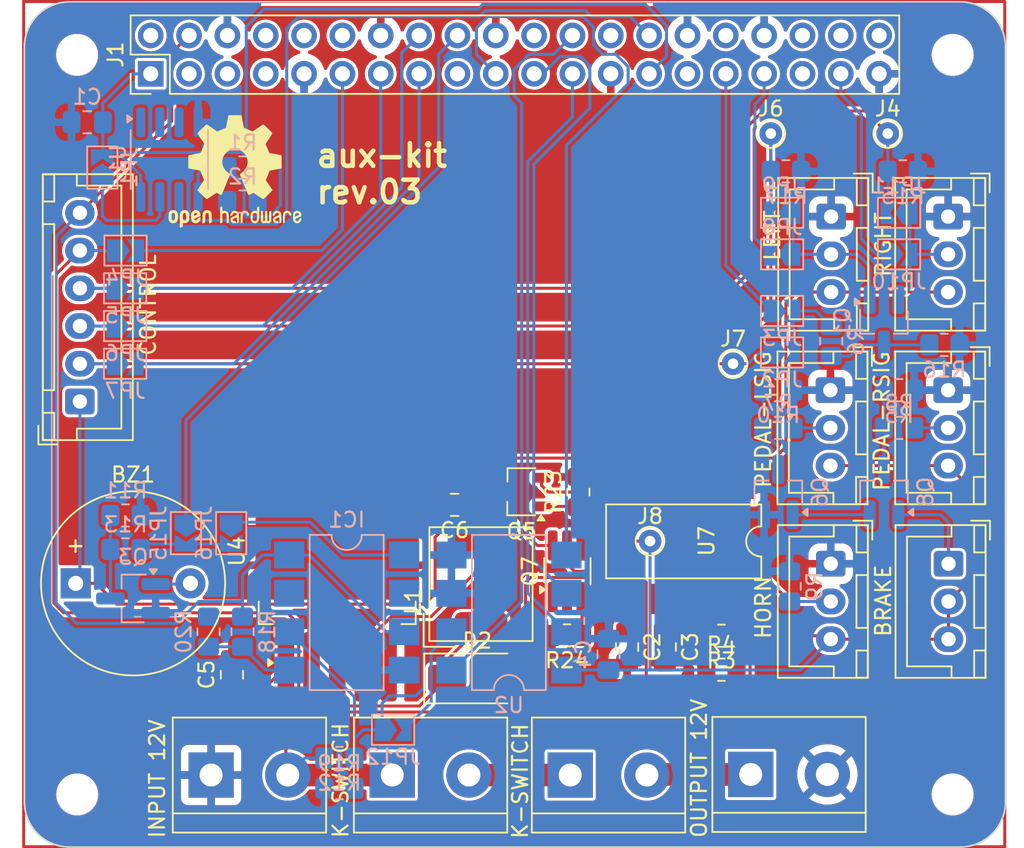
<source format=kicad_pcb>
(kicad_pcb (version 20240108) (generator "pcbnew") (generator_version "8.0")
  (title_block (date "15 nov 2012"))
  (layers (0 "F.Cu" signal) (31 "B.Cu" signal) (34 "B.Paste" user) (35 "F.Paste" user) (36 "B.SilkS" user "B.Silkscreen") (37 "F.SilkS" user "F.Silkscreen") (38 "B.Mask" user) (39 "F.Mask" user) (44 "Edge.Cuts" user))
  (net 0 "")
  (net 1 "/GPIO2{slash}SDA1")
  (net 2 "/GPIO3{slash}SCL1")
  (net 3 "/GPIO4{slash}GPCLK0")
  (net 4 "/GPIO14{slash}TXD0")
  (net 5 "/GPIO15{slash}RXD0")
  (net 6 "/GPIO18{slash}PCM.CLK")
  (net 7 "GNDREF")
  (net 8 "/GPIO25{slash}AVAILABLE")
  (net 9 "/AVAILABLE")
  (net 10 "/EXTRA")
  (net 11 "/GPIO10{slash}SPI0.MOSI")
  (net 12 "/GPIO9{slash}SPI0.MISO")
  (net 13 "/GPIO11{slash}SPI0.SCLK")
  (net 14 "/GPIO8{slash}SPI0.CE0")
  (net 15 "/GPIO7{slash}SPI0.CE1")
  (net 16 "/ID_SDA")
  (net 17 "/ID_SCL")
  (net 18 "/GPIO12{slash}PWM0")
  (net 19 "/GPIO19{slash}PCM.FS")
  (net 20 "/RPI_PWR")
  (net 21 "/GPIO20{slash}AVAILABLE")
  (net 22 "+3V3")
  (net 23 "+5V")
  (net 24 "/GPIO21{slash}AVAILABLE")
  (net 25 "Net-(BZ1--)")
  (net 26 "/FLASH_GEN")
  (net 27 "Net-(J20-Pin_2)")
  (net 28 "Net-(J21-Pin_2)")
  (net 29 "Net-(JP1-A)")
  (net 30 "Net-(JP2-B)")
  (net 31 "Net-(J2-Pin_1)")
  (net 32 "/LEFT_CNTRL")
  (net 33 "/HORN_CTRL")
  (net 34 "/HAZARD_CNTRL")
  (net 35 "/RIGHT_CNTRL")
  (net 36 "Net-(J10-Pin_2)")
  (net 37 "Net-(U7-DIS)")
  (net 38 "Net-(U7-THR)")
  (net 39 "Net-(Q1-B)")
  (net 40 "/LEFT_PEDAL_SENSOR")
  (net 41 "/RIGHT_PEDAL_SENSOR")
  (net 42 "Net-(D2-K)")
  (net 43 "Net-(Q3-B)")
  (net 44 "/ANO_ALARM")
  (net 45 "Net-(U7-CV)")
  (net 46 "Net-(Q6-C)")
  (net 47 "/~4.5")
  (net 48 "Net-(IC1-IN1(-))")
  (net 49 "/HORN-CTRL")
  (net 50 "Net-(J1-AUXPWR_INPUT1-Pin_2)")
  (net 51 "Net-(J1-CONTROLLED_AUXPWR_OUTPUT1-Pin_2)")
  (net 52 "Net-(Q5-D)")
  (net 53 "Net-(K_SWITCH1-Pin_2)")
  (net 54 "Net-(Q5-G)")
  (net 55 "Net-(Q7-B1)")
  (net 56 "/BATTERY_CONTROL")
  (net 59 "Net-(JP15-B)")
  (net 61 "Net-(J11-Pin_2)")
  (net 62 "Net-(JP12-B)")
  (net 63 "/HORN-GPIO17")
  (net 64 "/RIGHT-GPIO27")
  (net 65 "/LEFT-GPIO22")
  (net 66 "/HAZARD-GPIO23")
  (net 67 "/DIGI-ALARM24")
  (net 68 "/HAZARD-SIG6")
  (net 69 "/RIGHT-SIG26")
  (net 70 "/LEFT-SIG13")
  (footprint "Package_TO_SOT_SMD:TO-263-5_TabPin3" (layer "F.Cu") (at 144.625 113.825 90)
    (property "Reference" "U4")
    (property "Value" "LM2596S-5")
  )
  (footprint "Connector_JST:JST_XH_B3B-XH-A_1x03_P2.50mm_Vertical" (layer "F.Cu") (at 177.35 91.65 -90)
    (property "Reference" "LEFT")
    (property "Value" "LEFT_TURN")
  )
  (footprint "TerminalBlock:TerminalBlock_bornier-2_P5.08mm" (layer "F.Cu") (at 172.02 128.61)
    (property "Reference" "OUTPUT 12V")
    (property "Value" "Conn_01x02")
  )
  (footprint "MountingHole:MountingHole_2.7mm_M2.5" (layer "F.Cu") (at 127.4 129.92)
    (property "Reference" "MH3" (hide yes))
    (property "Value" "MountingHole_2.7mm_M2.5" (hide yes))
  )
  (footprint "Resistor_SMD:R_0805_2012Metric_Pad1.20x1.40mm_HandSolder" (layer "F.Cu") (at 170.08 119.42 180)
    (property "Reference" "R3")
    (property "Value" "?Ω")
  )
  (footprint "Connector_PinHeader_2.54mm:PinHeader_2x20_P2.54mm_Vertical" (layer "F.Cu") (at 132.27 82.19 90)
    (property "Reference" "J1")
    (property "Value" "GPIO")
  )
  (footprint "Capacitor_SMD:C_0805_2012Metric_Pad1.18x1.45mm_HandSolder" (layer "F.Cu") (at 137.65 122 90)
    (property "Reference" "C5")
    (property "Value" "680uF")
  )
  (footprint "Package_TO_SOT_SMD:TSOT-23-6_HandSoldering" (layer "F.Cu") (at 159.85 115.15 90)
    (property "Reference" "Q7")
    (property "Value" "DMMT5401-7")
  )
  (footprint "Capacitor_SMD:C_0805_2012Metric_Pad1.18x1.45mm_HandSolder" (layer "F.Cu") (at 163.83 120.17 -90)
    (property "Reference" "C2")
    (property "Value" "0.1µF")
  )
  (footprint "Resistor_SMD:R_0805_2012Metric_Pad1.20x1.40mm_HandSolder" (layer "F.Cu") (at 160.6 109.9 90)
    (property "Reference" "R23")
    (property "Value" "47K")
  )
  (footprint "Resistor_SMD:R_0805_2012Metric_Pad1.20x1.40mm_HandSolder" (layer "F.Cu") (at 170.08 121.67)
    (property "Reference" "R4")
    (property "Value" "1kΩ")
  )
  (footprint "Connector_JST:JST_XH_B6B-XH-A_1x06_P2.50mm_Vertical" (layer "F.Cu") (at 127.575 103.9 90)
    (property "Reference" "CONTROL")
    (property "Value" "DRIVER_CNTRL")
  )
  (footprint "MountingHole:MountingHole_2.7mm_M2.5" (layer "F.Cu") (at 127.4 129.92)
    (property "Reference" "MH3" (hide yes))
    (property "Value" "MountingHole_2.7mm_M2.5" (hide yes))
  )
  (footprint "Inductor_SMD:L_AVX_LMLP07A7" (layer "F.Cu") (at 154.15 116 90)
    (property "Reference" "L1")
    (property "Value" "33uH")
  )
  (footprint "Connector_JST:JST_XH_B3B-XH-A_1x03_P2.50mm_Vertical" (layer "F.Cu") (at 177.3 103.15 -90)
    (property "Reference" "PEDAL-LSIG")
    (property "Value" "LEFT_TURN")
  )
  (footprint "TerminalBlock:TerminalBlock_bornier-2_P5.08mm" (layer "F.Cu") (at 160.06 128.65)
    (property "Reference" "K-SWITCH")
    (property "Value" "Conn_01x02")
  )
  (footprint "Diode_SMD:D_SMA" (layer "F.Cu") (at 153.9 122.25)
    (property "Reference" "D2")
    (property "Value" "SS34")
  )
  (footprint "Connector_JST:JST_XH_B3B-XH-A_1x03_P2.50mm_Vertical" (layer "F.Cu") (at 177.325 114.65 -90)
    (property "Reference" "HORN")
    (property "Value" "HORN")
  )
  (footprint "Connector_JST:JST_XH_B3B-XH-A_1x03_P2.50mm_Vertical" (layer "F.Cu") (at 185.1 103.15 -90)
    (property "Reference" "PEDAL-RSIG")
    (property "Value" "RIGHT_TURN")
  )
  (footprint "MountingHole:MountingHole_2.7mm_M2.5" (layer "F.Cu") (at 127.4 80.92)
    (property "Reference" "MH1" (hide yes))
    (property "Value" "MountingHole_2.7mm_M2.5" (hide yes))
  )
  (footprint "MountingHole:MountingHole_2.7mm_M2.5" (layer "F.Cu") (at 185.4 80.92)
    (property "Reference" "MH2" (hide yes))
    (property "Value" "MountingHole_2.7mm_M2.5" (hide yes))
  )
  (footprint "MountingHole:MountingHole_2.7mm_M2.5" (layer "F.Cu") (at 127.4 80.92)
    (property "Reference" "MH1" (hide yes))
    (property "Value" "MountingHole_2.7mm_M2.5" (hide yes))
  )
  (footprint "Capacitor_SMD:C_0805_2012Metric_Pad1.18x1.45mm_HandSolder" (layer "F.Cu") (at 152.4 110.75 180)
    (property "Reference" "C6")
    (property "Value" "330uF")
  )
  (footprint "TestPoint:TestPoint_THTPad_D1.5mm_Drill0.7mm" (layer "F.Cu") (at 173.35 86.15)
    (property "Reference" "J6")
    (property "Value" "Conn_01x01")
  )
  (footprint "MountingHole:MountingHole_2.7mm_M2.5" (layer "F.Cu") (at 185.4 129.92)
    (property "Reference" "MH4" (hide yes))
    (property "Value" "MountingHole_2.7mm_M2.5" (hide yes))
  )
  (footprint "TestPoint:TestPoint_THTPad_D1.5mm_Drill0.7mm" (layer "F.Cu") (at 165.35 113.15)
    (property "Reference" "J8")
    (property "Value" "Conn_01x01")
  )
  (footprint "TestPoint:TestPoint_THTPad_D1.5mm_Drill0.7mm" (layer "F.Cu") (at 181.1 86.15)
    (property "Reference" "J4")
    (property "Value" "Conn_01x01")
  )
  (footprint "TestPoint:TestPoint_THTPad_D1.5mm_Drill0.7mm" (layer "F.Cu") (at 170.85 101.4)
    (property "Reference" "J7")
    (property "Value" "Conn_01x01")
  )
  (footprint "Package_DIP:SMDIP-8_W7.62mm" (layer "F.Cu") (at 167.58 113.17 -90)
    (property "Reference" "U7")
    (property "Value" "NE555P")
  )
  (footprint "TerminalBlock:TerminalBlock_bornier-2_P5.08mm" (layer "F.Cu") (at 136.27 128.65)
    (property "Reference" "INPUT 12V")
    (property "Value" "Conn_01x02")
  )
  (footprint "MountingHole:MountingHole_2.7mm_M2.5" (layer "F.Cu") (at 185.4 80.92)
    (property "Reference" "MH2" (hide yes))
    (property "Value" "MountingHole_2.7mm_M2.5" (hide yes))
  )
  (footprint "Connector_JST:JST_XH_B3B-XH-A_1x03_P2.50mm_Vertical" (layer "F.Cu") (at 185.1 91.65 -90)
    (property "Reference" "RIGHT")
    (property "Value" "RIGHT_TURN")
  )
  (footprint "MountingHole:MountingHole_2.7mm_M2.5" (layer "F.Cu") (at 185.4 129.92)
    (property "Reference" "MH4" (hide yes))
    (property "Value" "MountingHole_2.7mm_M2.5" (hide yes))
  )
  (footprint "Resistor_SMD:R_0805_2012Metric_Pad1.20x1.40mm_HandSolder" (layer "F.Cu") (at 159.85 119.4 180)
    (property "Reference" "R24")
    (property "Value" "10K")
  )
  (footprint "Capacitor_SMD:C_0805_2012Metric_Pad1.18x1.45mm_HandSolder" (layer "F.Cu") (at 166.33 120.17 -90)
    (property "Reference" "C3")
    (property "Value" "1µF")
  )
  (footprint "Package_TO_SOT_SMD:TSOT-23" (layer "F.Cu") (at 156.85 109.9 180)
    (property "Reference" "Q5")
    (property "Value" "DMG2305UX")
  )
  (footprint "Connector_JST:JST_XH_B3B-XH-A_1x03_P2.50mm_Vertical" (layer "F.Cu") (at 185.125 114.65 -90)
    (property "Reference" "BRAKE")
    (property "Value" "BRAKE_LIGHT")
  )
  (footprint "TerminalBlock:TerminalBlock_bornier-2_P5.08mm" (layer "F.Cu") (at 148.27 128.65)
    (property "Reference" "K-SWITCH")
    (property "Value" "Conn_01x02")
  )
  (footprint "Buzzer_Beeper:Buzzer_12x9.5RM7.6" (layer "F.Cu") (at 127.3 115.95)
    (property "Reference" "BZ1")
    (property "Value" "Buzzer")
  )
  (footprint "Symbol:OSHW-Logo2_9.8x8mm_SilkScreen" (layer "F.Cu") (at 137.85 88.65)
    (property "Reference" "REF**" (hide yes))
    (property "Value" "OSHW-Logo2_9.8x8mm_SilkScreen" (hide yes))
  )
  (footprint "Resistor_SMD:R_0805_2012Metric_Pad1.20x1.40mm_HandSolder" (layer "B.Cu") (at 136.1 119.15 -90)
    (property "Reference" "R20")
    (property "Value" "2.2K")
  )
  (footprint "Package_TO_SOT_SMD:SOT-23_Handsoldering" (layer "B.Cu") (at 173.85 109.9 90)
    (property "Reference" "Q6")
    (property "Value" "NPN")
  )
  (footprint "Resistor_SMD:R_0805_2012Metric_Pad1.20x1.40mm_HandSolder" (layer "B.Cu") (at 174.35 88.65)
    (property "Reference" "R17")
    (property "Value" "R")
  )
  (footprint "Jumper:SolderJumper-2_P1.3mm_Open_TrianglePad1.0x1.5mm" (layer "B.Cu") (at 130.575001 101.4)
    (property "Reference" "JP7")
    (property "Value" "SolderJumper_2_Open")
  )
  (footprint "Resistor_SMD:R_0805_2012Metric_Pad1.20x1.40mm_HandSolder" (layer "B.Cu") (at 173.85 105.65 180)
    (property "Reference" "R7")
    (property "Value" "R")
  )
  (footprint "Jumper:SolderJumper-2_P1.3mm_Open_TrianglePad1.0x1.5mm" (layer "B.Cu") (at 130.575 98.9)
    (property "Reference" "JP6")
    (property "Value" "SolderJumper_2_Open")
  )
  (footprint "Package_DIP:SMDIP-8_W7.62mm" (layer "B.Cu") (at 145.25 117.88 180)
    (property "Reference" "IC1")
    (property "Value" "LM393N")
  )
  (footprint "Resistor_SMD:R_0805_2012Metric_Pad1.20x1.40mm_HandSolder" (layer "B.Cu") (at 173.85 103.15)
    (property "Reference" "R10")
    (property "Value" "4.7kΩ")
  )
  (footprint "Resistor_SMD:R_0805_2012Metric_Pad1.20x1.40mm_HandSolder" (layer "B.Cu") (at 144.769619 129.518108 180)
    (property "Reference" "R19")
    (property "Value" "4.7K")
  )
  (footprint "Resistor_SMD:R_0805_2012Metric_Pad1.20x1.40mm_HandSolder" (layer "B.Cu") (at 138.35 90.65 180)
    (property "Reference" "R2")
    (property "Value" "3.9k")
  )
  (footprint "Package_DIP:SMDIP-8_W7.62mm" (layer "B.Cu") (at 156 117.88)
    (property "Reference" "U2")
    (property "Value" "MCP3002")
  )
  (footprint "Resistor_SMD:R_0805_2012Metric_Pad1.20x1.40mm_HandSolder" (layer "B.Cu") (at 181.85 103.15)
    (property "Reference" "R5")
    (property "Value" "4.7kΩ")
  )
  (footprint "Jumper:SolderJumper-2_P1.3mm_Open_TrianglePad1.0x1.5mm" (layer "B.Cu") (at 174.1 91.4 180)
    (property "Reference" "JP9")
    (property "Value" "SolderJumper_2_Open")
  )
  (footprint "Jumper:SolderJumper-2_P1.3mm_Open_TrianglePad1.0x1.5mm" (layer "B.Cu") (at 181.85 94.15)
    (property "Reference" "JP10")
    (property "Value" "SolderJumper_2_Open")
  )
  (footprint "Package_TO_SOT_SMD:SOT-23_Handsoldering" (layer "B.Cu") (at 180.85 109.9 90)
    (property "Reference" "Q8")
    (property "Value" "NPN")
  )
  (footprint "Package_TO_SOT_SMD:SOT-23_Handsoldering" (layer "B.Cu") (at 131.1 116.95 180)
    (property "Reference" "Q3")
    (property "Value" "NPN")
  )
  (footprint "Jumper:SolderJumper-2_P1.3mm_Open_TrianglePad1.0x1.5mm" (layer "B.Cu") (at 174.1 97.9)
    (property "Reference" "JP3")
    (property "Value" "SolderJumper_2_Open")
  )
  (footprint "Package_SO:SOIC-8_3.9x4.9mm_P1.27mm" (layer "B.Cu") (at 133.505 87.875 -90)
    (property "Reference" "U1")
    (property "Value" "CAT24C256")
  )
  (footprint "Resistor_SMD:R_0805_2012Metric_Pad1.20x1.40mm_HandSolder" (layer "B.Cu") (at 174.6 116.15 90)
    (property "Reference" "R9")
    (property "Value" "R")
  )
  (footprint "Jumper:SolderJumper-2_P1.3mm_Open_TrianglePad1.0x1.5mm" (layer "B.Cu") (at 134.6 112.625 -90)
    (property "Reference" "JP15")
    (property "Value" "SolderJumper_2_Open")
  )
  (footprint "Jumper:SolderJumper-2_P1.3mm_Open_TrianglePad1.0x1.5mm" (layer "B.Cu") (at 148.325 125.65)
    (property "Reference" "JP12")
    (property "Value" "SolderJumper_2_Open")
  )
  (footprint "Jumper:SolderJumper-2_P1.3mm_Open_TrianglePad1.0x1.5mm" (layer "B.Cu") (at 129.0625 88.4 90)
    (property "Reference" "JP1")
    (property "Value" "ID_WP")
  )
  (footprint "Package_TO_SOT_SMD:SOT-23_Handsoldering" (layer "B.Cu") (at 180.85 98.65 -90)
    (property "Reference" "Q1")
    (property "Value" "NPN")
  )
  (footprint "Jumper:SolderJumper-2_P1.3mm_Open_TrianglePad1.0x1.5mm" (layer "B.Cu") (at 130.6 93.9)
    (property "Reference" "JP4")
    (property "Value" "SolderJumper_2_Open")
  )
  (footprint "Resistor_SMD:R_0805_2012Metric_Pad1.20x1.40mm_HandSolder" (layer "B.Cu") (at 144.769619 127.518108)
    (property "Reference" "R12")
    (property "Value" "6.8K")
  )
  (footprint "Jumper:SolderJumper-2_P1.3mm_Open_TrianglePad1.0x1.5mm" (layer "B.Cu") (at 181.85 91.4 180)
    (property "Reference" "JP11")
    (property "Value" "SolderJumper_2_Open")
  )
  (footprint "Capacitor_SMD:C_0805_2012Metric_Pad1.18x1.45mm_HandSolder" (layer "B.Cu") (at 162.6 120.65 -90)
    (property "Reference" "C4")
    (property "Value" "0.1µF")
  )
  (footprint "Resistor_SMD:R_0805_2012Metric_Pad1.20x1.40mm_HandSolder" (layer "B.Cu") (at 130.6 113.7 180)
    (property "Reference" "R13")
    (property "Value" "R")
  )
  (footprint "Jumper:SolderJumper-2_P1.3mm_Open_TrianglePad1.0x1.5mm" (layer "B.Cu") (at 174.1 94.15 180)
    (property "Reference" "JP8")
    (property "Value" "SolderJumper_2_Open")
  )
  (footprint "Jumper:SolderJumper-2_P1.3mm_Open_TrianglePad1.0x1.5mm" (layer "B.Cu") (at 174.1 100.65)
    (property "Reference" "JP2")
    (property "Value" "SolderJumper_2_Open")
  )
  (footprint "Jumper:SolderJumper-2_P1.3mm_Open_TrianglePad1.0x1.5mm" (layer "B.Cu") (at 137.6 112.625 -90)
    (property "Reference" "JP16")
    (property "Value" "SolderJumper_2_Open")
  )
  (footprint "Resistor_SMD:R_0805_2012Metric_Pad1.20x1.40mm_HandSolder" (layer "B.Cu") (at 130.6 111.45 180)
    (property "Reference" "R11")
    (property "Value" "R")
  )
  (footprint "Resistor_SMD:R_0805_2012Metric_Pad1.20x1.40mm_HandSolder" (layer "B.Cu") (at 138.35 119.15 90)
    (property "Reference" "R18")
    (property "Value" "220Ω")
  )
  (footprint "Resistor_SMD:R_0805_2012Metric_Pad1.20x1.40mm_HandSolder" (layer "B.Cu") (at 138.35 88.4 180)
    (property "Reference" "R1")
    (property "Value" "3.9k")
  )
  (footprint "Resistor_SMD:R_0805_2012Metric_Pad1.20x1.40mm_HandSolder" (layer "B.Cu") (at 177.35 99.9 90)
    (property "Reference" "R6")
    (property "Value" "R")
  )
  (footprint "Resistor_SMD:R_0805_2012Metric_Pad1.20x1.40mm_HandSolder" (layer "B.Cu") (at 184.85 100.15)
    (property "Reference" "R16")
    (property "Value" "R")
  )
  (footprint "Capacitor_SMD:C_0805_2012Metric_Pad1.18x1.45mm_HandSolder" (layer "B.Cu") (at 128.0625 85.4 180)
    (property "Reference" "C1")
    (property "Value" "100n")
  )
  (footprint "Jumper:SolderJumper-2_P1.3mm_Open_TrianglePad1.0x1.5mm" (layer "B.Cu") (at 130.575 96.4)
    (property "Reference" "JP5")
    (property "Value" "SolderJumper_2_Open")
  )
  (footprint "Resistor_SMD:R_0805_2012Metric_Pad1.20x1.40mm_HandSolder" (layer "B.Cu") (at 182.1 88.65)
    (property "Reference" "R15")
    (property "Value" "R")
  )
  (footprint "Resistor_SMD:R_0805_2012Metric_Pad1.20x1.40mm_HandSolder" (layer "B.Cu") (at 181.85 105.65 180)
    (property "Reference" "R8")
    (property "Value" "R")
  )
  (gr_rect (start 123.85 77.4) (end 188.85 133.4) (stroke (width 0.2)) (fill none) (layer "F.Cu"))
  (gr_line (start 126.9 133.42) (end 185.9 133.42) (stroke (width 0.1)) (layer "Edge.Cuts"))
  (gr_line (start 123.9 114.42) (end 123.9 130.42) (stroke (width 0.1)) (layer "Edge.Cuts"))
  (gr_arc (start 185.9 77.42) (mid 188.021294 78.298694) (end 188.9 80.42) (stroke (width 0.1)) (layer "Edge.Cuts"))
  (gr_arc (start 185.9 77.42) (mid 188.021336 78.298682) (end 188.9 80.42) (stroke (width 0.1)) (layer "Edge.Cuts"))
  (gr_arc (start 188.9 130.42) (mid 188.021323 132.541334) (end 185.9 133.42) (stroke (width 0.1)) (layer "Edge.Cuts"))
  (gr_line (start 123.9 114.42) (end 123.9 130.42) (stroke (width 0.1)) (layer "Edge.Cuts"))
  (gr_line (start 185.9 77.42) (end 126.9 77.42) (stroke (width 0.1)) (layer "Edge.Cuts"))
  (gr_line (start 188.9 130.42) (end 188.9 80.42) (stroke (width 0.1)) (layer "Edge.Cuts"))
  (gr_arc (start 188.9 130.42) (mid 188.021329 132.541329) (end 185.9 133.42) (stroke (width 0.1)) (layer "Edge.Cuts"))
  (gr_arc (start 123.896318 80.421306) (mid 124.775006 78.299994) (end 126.896318 77.421306) (stroke (width 0.1)) (layer "Edge.Cuts"))
  (gr_line (start 185.9 77.42) (end 126.9 77.42) (stroke (width 0.1)) (layer "Edge.Cuts"))
  (gr_circle (center 185.4 80.94) (end 184.05 80.94) (stroke (width 0.05)) (fill none) (layer "Edge.Cuts"))
  (gr_circle (center 127.4 129.94) (end 126.05 129.94) (stroke (width 0.05)) (fill none) (layer "Edge.Cuts"))
  (gr_line (start 126.9 133.42) (end 185.9 133.42) (stroke (width 0.1)) (layer "Edge.Cuts"))
  (gr_arc (start 126.9 133.42) (mid 124.77866 132.54134) (end 123.9 130.42) (stroke (width 0.1)) (layer "Edge.Cuts"))
  (gr_circle (center 185.4 129.94) (end 184.05 129.94) (stroke (width 0.05)) (fill none) (layer "Edge.Cuts"))
  (gr_circle (center 127.39 80.94) (end 126.04 80.94) (stroke (width 0.05)) (fill none) (layer "Edge.Cuts"))
  (gr_line (start 123.896318 80.421306) (end 123.896318 114.421306) (stroke (width 0.1)) (layer "Edge.Cuts"))
  (gr_line (start 123.896318 80.421306) (end 123.896318 114.421306) (stroke (width 0.1)) (layer "Edge.Cuts"))
  (gr_arc (start 126.9 133.42) (mid 124.778654 132.541334) (end 123.9 130.42) (stroke (width 0.1)) (layer "Edge.Cuts"))
  (gr_line (start 188.9 130.42) (end 188.9 80.42) (stroke (width 0.1)) (layer "Edge.Cuts"))
  (gr_arc (start 123.896318 80.421306) (mid 124.775 78.3) (end 126.896318 77.421306) (stroke (width 0.1)) (layer "Edge.Cuts"))
  (gr_text "aux-kit \nrev.03\n" (at 143.1 90.9 0) (layer "F.SilkS") (effects (font (size 1.5 1.5) (thickness 0.3) (bold yes)) (justify left bottom)))
  (segment (start 157.44 115.56) (end 157.1 115.9) (width 0.2) (layer "F.Cu") (net 0))
  (segment (start 157.1 115.9) (end 157.1 120.15) (width 0.2) (layer "F.Cu") (net 0))
  (segment (start 170.1 120.124314) (end 170.645686 120.67) (width 0.2) (layer "F.Cu") (net 0))
  (segment (start 170.598654 115.4) (end 170.1 115.898654) (width 0.2) (layer "F.Cu") (net 0))
  (segment (start 125.85 95.625) (end 127.575 93.9) (width 0.2) (layer "F.Cu") (net 0))
  (segment (start 171.664744 120.67) (end 171.98 120.985256) (width 0.2) (layer "F.Cu") (net 0))
  (segment (start 153.85 123.9) (end 153.275 124.475) (width 0.2) (layer "F.Cu") (net 0))
  (segment (start 165.1 115.9) (end 164.76 115.56) (width 0.2) (layer "F.Cu") (net 0))
  (segment (start 165.1 122.4) (end 165.1 115.9) (width 0.2) (layer "F.Cu") (net 0))
  (segment (start 172.85 115.4) (end 170.598654 115.4) (width 0.2) (layer "F.Cu") (net 0))
  (segment (start 125.85 117.25) (end 125.85 95.625) (width 0.2) (layer "F.Cu") (net 0))
  (segment (start 157.1 120.15) (end 156.85 120.4) (width 0.2) (layer "F.Cu") (net 0))
  (segment (start 164.76 115.56) (end 157.44 115.56) (width 0.2) (layer "F.Cu") (net 0))
  (segment (start 170.1 115.898654) (end 170.1 120.124314) (width 0.2) (layer "F.Cu") (net 0))
  (segment (start 165.37 122.67) (end 165.1 122.4) (width 0.2) (layer "F.Cu") (net 0))
  (segment (start 171.98 122.354744) (end 171.664744 122.67) (width 0.2) (layer "F.Cu") (net 0))
  (segment (start 141.317372 117.9) (end 126.5 117.9) (width 0.2) (layer "F.Cu") (net 0))
  (segment (start 154.1 120.4) (end 153.85 120.65) (width 0.2) (layer "F.Cu") (net 0))
  (segment (start 171.664744 122.67) (end 165.37 122.67) (width 0.2) (layer "F.Cu") (net 0))
  (segment (start 126.5 117.9) (end 125.85 117.25) (width 0.2) (layer "F.Cu") (net 0))
  (segment (start 156.85 120.4) (end 154.1 120.4) (width 0.2) (layer "F.Cu") (net 0))
  (segment (start 153.85 120.65) (end 153.85 123.9) (width 0.2) (layer "F.Cu") (net 0))
  (segment (start 142.075 118.657628) (end 141.317372 117.9) (width 0.2) (layer "F.Cu") (net 0))
  (segment (start 142.675 124.475) (end 142.075 123.875) (width 0.2) (layer "F.Cu") (net 0))
  (segment (start 142.075 123.875) (end 142.075 118.657628) (width 0.2) (layer "F.Cu") (net 0))
  (segment (start 170.645686 120.67) (end 171.664744 120.67) (width 0.2) (layer "F.Cu") (net 0))
  (segment (start 171.98 120.985256) (end 171.98 122.354744) (width 0.2) (layer "F.Cu") (net 0))
  (segment (start 153.275 124.475) (end 142.675 124.475) (width 0.2) (layer "F.Cu") (net 0))
  (segment (start 177.325 117.15) (end 174.6 117.15) (width 0.2) (layer "F.Cu") (net 0))
  (segment (start 174.6 117.15) (end 172.85 115.4) (width 0.2) (layer "F.Cu") (net 0))
  (segment (start 129.875001 93.9) (end 127.575 93.9) (width 0.2) (layer "B.Cu") (net 0))
  (segment (start 174.6 117.15) (end 177.325 117.15) (width 0.2) (layer "B.Cu") (net 0))
  (segment (start 180.6 82.26) (end 180.53 82.19) (width 0.2) (layer "F.Cu") (net 7))
  (segment (start 181.25 82.19) (end 180.53 82.19) (width 0.2) (layer "F.Cu") (net 7))
  (segment (start 181.25 82.19) (end 180.53 82.19) (width 0.2) (layer "F.Cu") (net 7))
  (segment (start 174.6 114.65) (end 174.1 115.15) (width 0.2) (layer "B.Cu") (net 7))
  (segment (start 163.9 82.85) (end 159.81 86.94) (width 0.2) (layer "B.Cu") (net 11))
  (segment (start 161.6 79.0875) (end 161.6 80.275) (width 0.2) (layer "B.Cu") (net 11))
  (segment (start 163.086346 80.9) (end 163.9 81.713654) (width 0.2) (layer "B.Cu") (net 11))
  (segment (start 160.9125 78.4) (end 161.6 79.0875) (width 0.2) (layer "B.Cu") (net 11))
  (segment (start 162.225 80.9) (end 163.086346 80.9) (width 0.2) (layer "B.Cu") (net 11))
  (segment (start 163.9 81.713654) (end 163.9 82.85) (width 0.2) (layer "B.Cu") (net 11))
  (segment (start 153.85 79.15) (end 154.6 78.4) (width 0.2) (layer "B.Cu") (net 11))
  (segment (start 159.81 86.94) (end 159.81 114.07) (width 0.2) (layer "B.Cu") (net 11))
  (segment (start 154.6 78.4) (end 160.9125 78.4) (width 0.2) (layer "B.Cu") (net 11))
  (segment (start 153.85 80.91) (end 153.85 79.15) (width 0.2) (layer "B.Cu") (net 11))
  (segment (start 161.6 80.275) (end 162.225 80.9) (width 0.2) (layer "B.Cu") (net 11))
  (segment (start 155.13 82.19) (end 153.85 80.91) (width 0.2) (layer "B.Cu") (net 11))
  (segment (start 161.36 84.465) (end 161.36 81.66) (width 0.2) (layer "B.Cu") (net 12))
  (segment (start 159.385686 81.04) (end 158.235686 82.19) (width 0.2) (layer "B.Cu") (net 12))
  (segment (start 157.65 88.175) (end 161.36 84.465) (width 0.2) (layer "B.Cu") (net 12))
  (segment (start 159.81 116.61) (end 157.65 114.45) (width 0.2) (layer "B.Cu") (net 12))
  (segment (start 157.65 114.45) (end 157.65 88.175) (width 0.2) (layer "B.Cu") (net 12))
  (segment (start 158.235686 82.19) (end 157.67 82.19) (width 0.2) (layer "B.Cu") (net 12))
  (segment (start 161.36 81.66) (end 160.74 81.04) (width 0.2) (layer "B.Cu") (net 12))
  (segment (start 160.74 81.04) (end 159.385686 81.04) (width 0.2) (layer "B.Cu") (net 12))
  (segment (start 159.81 119.15) (end 157.25 116.59) (width 0.2) (layer "B.Cu") (net 13))
  (segment (start 157.25 88) (end 160.21 85.04) (width 0.2) (layer "B.Cu") (net 13))
  (segment (start 157.25 116.59) (end 157.25 88) (width 0.2) (layer "B.Cu") (net 13))
  (segment (start 160.21 85.04) (end 160.21 82.19) (width 0.2) (layer "B.Cu") (net 13))
  (segment (start 156.85 84.15) (end 156.35 83.65) (width 0.2) (layer "B.Cu") (net 14))
  (segment (start 152.19 121.69) (end 152.3 121.69) (width 0.2) (layer "B.Cu") (net 14))
  (segment (start 152.3 121.69) (end 156.85 117.14) (width 0.2) (layer "B.Cu") (net 14))
  (segment (start 156.85 117.14) (end 156.85 84.15) (width 0.2) (layer "B.Cu") (net 14))
  (segment (start 156.35 81.883654) (end 157.333654 80.9) (width 0.2) (layer "B.Cu") (net 14))
  (segment (start 158.96 80.9) (end 160.21 79.65) (width 0.2) (layer "B.Cu") (net 14))
  (segment (start 156.35 83.65) (end 156.35 81.883654) (width 0.2) (layer "B.Cu") (net 14))
  (segment (start 157.333654 80.9) (end 158.96 80.9) (width 0.2) (layer "B.Cu") (net 14))
  (segment (start 165.05 77.6) (end 166.44 78.99) (width 0.2) (layer "B.Cu") (net 16))
  (segment (start 139.77 77.9) (end 153.968628 77.9) (width 0.2) (layer "B.Cu") (net 16))
  (segment (start 166.44 78.99) (end 166.44 81.04) (width 0.2) (layer "B.Cu") (net 16))
  (segment (start 138.45 91.5) (end 138.6 91.65) (width 0.2) (layer "B.Cu") (net 16))
  (segment (start 135.85 88.4) (end 135.41 88.84) (width 0.2) (layer "B.Cu") (net 16))
  (segment (start 135.41 88.84) (end 135.41 90.35) (width 0.2) (layer "B.Cu") (net 16))
  (segment (start 140.13 91.65) (end 140.85 90.93) (width 0.2) (layer "B.Cu") (net 16))
  (segment (start 138.6 79.07) (end 139.77 77.9) (width 0.2) (layer "B.Cu") (net 16))
  (segment (start 166.44 81.04) (end 165.29 82.19) (width 0.2) (layer "B.Cu") (net 16))
  (segment (start 140.85 90.93) (end 140.85 88.315256) (width 0.2) (layer "B.Cu") (net 16))
  (segment (start 153.968628 77.9) (end 154.268628 77.6) (width 0.2) (layer "B.Cu") (net 16))
  (segment (start 138.6 91.65) (end 140.13 91.65) (width 0.2) (layer "B.Cu") (net 16))
  (segment (start 138.6 86.065256) (end 138.6 79.07) (width 0.2) (layer "B.Cu") (net 16))
  (segment (start 137.35 88.4) (end 138.45 89.5) (width 0.2) (layer "B.Cu") (net 16))
  (segment (start 137.35 88.4) (end 135.85 88.4) (width 0.2) (layer "B.Cu") (net 16))
  (segment (start 138.45 89.5) (end 138.45 91.5) (width 0.2) (layer "B.Cu") (net 16))
  (segment (start 140.85 88.315256) (end 138.6 86.065256) (width 0.2) (layer "B.Cu") (net 16))
  (segment (start 154.268628 77.6) (end 165.05 77.6) (width 0.2) (layer "B.Cu") (net 16))
  (segment (start 137.1 91.9) (end 136.35 91.9) (width 0.2) (layer "B.Cu") (net 17))
  (segment (start 140.6 92.15) (end 137.6 92.15) (width 0.2) (layer "B.Cu") (net 17))
  (segment (start 137.35 91.9) (end 137.1 91.9) (width 0.2) (layer "B.Cu") (net 17))
  (segment (start 141.28 91.47) (end 140.6 92.15) (width 0.2) (layer "B.Cu") (net 17))
  (segment (start 164.04 78.4) (end 161.478186 78.4) (width 0.2) (layer "B.Cu") (net 17))
  (segment (start 137.35 90.65) (end 137.35 91.9) (width 0.2) (layer "B.Cu") (net 17))
  (segment (start 137.6 92.15) (end 137.35 91.9) (width 0.2) (layer "B.Cu") (net 17))
  (segment (start 161.478186 78.4) (end 161.078186 78) (width 0.2) (layer "B.Cu") (net 17))
  (segment (start 141.28 79.173654) (end 141.28 91.47) (width 0.2) (layer "B.Cu") (net 17))
  (segment (start 134.35 91.9) (end 134.14 91.69) (width 0.2) (layer "B.Cu") (net 17))
  (segment (start 142.053654 78.4) (end 141.28 79.173654) (width 0.2) (layer "B.Cu") (net 17))
  (segment (start 161.078186 78) (end 154.434314 78) (width 0.2) (layer "B.Cu") (net 17))
  (segment (start 154.434314 78) (end 154.034314 78.4) (width 0.2) (layer "B.Cu") (net 17))
  (segment (start 154.034314 78.4) (end 142.053654 78.4) (width 0.2) (layer "B.Cu") (net 17))
  (segment (start 134.14 91.69) (end 134.14 90.35) (width 0.2) (layer "B.Cu") (net 17))
  (segment (start 165.29 79.65) (end 164.04 78.4) (width 0.2) (layer "B.Cu") (net 17))
  (segment (start 136.35 91.9) (end 134.35 91.9) (width 0.2) (layer "B.Cu") (net 17))
  (segment (start 138.35 87.4) (end 129.3375 87.4) (width 0.2) (layer "B.Cu") (net 22))
  (segment (start 131.6 90.35) (end 131.6 88.9) (width 0.2) (layer "B.Cu") (net 22))
  (segment (start 131.06 82.19) (end 132.27 82.19) (width 0.2) (layer "B.Cu") (net 22))
  (segment (start 129.3375 87.4) (end 129.0625 87.675) (width 0.2) (layer "B.Cu") (net 22))
  (segment (start 139.35 88.4) (end 138.35 87.4) (width 0.2) (layer "B.Cu") (net 22))
  (segment (start 129.1 84.15) (end 131.06 82.19) (width 0.2) (layer "B.Cu") (net 22))
  (segment (start 129.1 87.6375) (end 129.0625 87.675) (width 0.2) (layer "B.Cu") (net 22))
  (segment (start 128.7325 85.745) (end 128.6375 85.65) (width 0.2) (layer "B.Cu") (net 22))
  (segment (start 129.1 85.4) (end 129.1 87.6375) (width 0.2) (layer "B.Cu") (net 22))
  (segment (start 131.6 88.9) (end 130.375 87.675) (width 0.2) (layer "B.Cu") (net 22))
  (segment (start 130.375 87.675) (end 129.0625 87.675) (width 0.2) (layer "B.Cu") (net 22))
  (segment (start 129.1 85.4) (end 129.1 84.15) (width 0.2) (layer "B.Cu") (net 22))
  (segment (start 139.35 90.65) (end 139.35 88.4) (width 0.2) (layer "B.Cu") (net 22))
  (segment (start 158.6 109.9) (end 158.16 109.46) (width 0.2) (layer "F.Cu") (net 23))
  (segment (start 186.4 109.45) (end 185.1 108.15) (width 0.2) (layer "F.Cu") (net 23))
  (segment (start 163.77 113.15) (end 163.77 109.36) (width 0.2) (layer "F.Cu") (net 23))
  (segment (start 161.184744 109.9) (end 161.1 109.9) (width 0.2) (layer "F.Cu") (net 23))
  (segment (start 133.66 80.8) (end 134.81 79.65) (width 0.2) (layer "F.Cu") (net 23))
  (segment (start 159.85 114.65) (end 160.35 115.15) (width 0.2) (layer "F.Cu") (net 23))
  (segment (start 161.1 109.9) (end 158.6 109.9) (width 0.2) (layer "F.Cu") (net 23))
  (segment (start 165.35 113.15) (end 163.77 113.15) (width 0.2) (layer "F.Cu") (net 23))
  (segment (start 171.08 117.29) (end 171.39 116.98) (width 0.2) (layer "F.Cu") (net 23))
  (segment (start 185.125 117.15) (end 186.4 115.875) (width 0.2) (layer "F.Cu") (net 23))
  (segment (start 159.85 113.44) (end 159.85 114.65) (width 0.2) (layer "F.Cu") (net 23))
  (segment (start 185.125 117.15) (end 185.125 119.65) (width 0.2) (layer "F.Cu") (net 23))
  (segment (start 160.35 115.15) (end 163.35 115.15) (width 0.2) (layer "F.Cu") (net 23))
  (segment (start 185.1 108.15) (end 177.3 108.15) (width 0.2) (layer "F.Cu") (net 23))
  (segment (start 171.08 119.42) (end 171.08 117.29) (width 0.2) (layer "F.Cu") (net 23))
  (segment (start 163.23 109.9) (end 161.1 109.9) (width 0.2) (layer "F.Cu") (net 23))
  (segment (start 127.575 91.4) (end 133.66 85.315) (width 0.2) (layer "F.Cu") (net 23))
  (segment (start 186.4 115.875) (end 186.4 109.45) (width 0.2) (layer "F.Cu") (net 23))
  (segment (start 163.77 114.73) (end 163.77 113.15) (width 0.2) (layer "F.Cu") (net 23))
  (segment (start 158.16 109.46) (end 158.16 108.95) (width 0.2) (layer "F.Cu") (net 23))
  (segment (start 163.77 109.36) (end 163.23 109.9) (width 0.2) (layer "F.Cu") (net 23))
  (segment (start 163.35 115.15) (end 163.77 114.73) (width 0.2) (layer "F.Cu") (net 23))
  (segment (start 177.325 119.65) (end 185.125 119.65) (width 0.2) (layer "F.Cu") (net 23))
  (segment (start 177.095 119.42) (end 177.325 119.65) (width 0.2) (layer "F.Cu") (net 23))
  (segment (start 171.08 119.42) (end 177.095 119.42) (width 0.2) (layer "F.Cu") (net 23))
  (segment (start 133.66 85.315) (end 133.66 80.8) (width 0.2) (layer "F.Cu") (net 23))
  (segment (start 175.2875 121.6875) (end 175.5875 121.3875) (width 0.2) (layer "B.Cu") (net 23))
  (segment (start 135.45 117.15) (end 138.35 117.15) (width 0.2) (layer "B.Cu") (net 23))
  (segment (start 149.06 119.15) (end 147.85 119.15) (width 0.2) (layer "B.Cu") (net 23))
  (segment (start 175.5875 121.3875) (end 177.325 119.65) (width 0.2) (layer "B.Cu") (net 23))
  (segment (start 162.6 121.6875) (end 165.35 121.6875) (width 0.2) (layer "B.Cu") (net 23))
  (segment (start 127.575 91.4) (end 126 92.975) (width 0.2) (layer "B.Cu") (net 23))
  (segment (start 165.35 121.6875) (end 175.2875 121.6875) (width 0.2) (layer "B.Cu") (net 23))
  (segment (start 162.5975 121.69) (end 162.6 121.6875) (width 0.2) (layer "B.Cu") (net 23))
  (segment (start 126 117.25) (end 127.35 118.6) (width 0.2) (layer "B.Cu") (net 23))
  (segment (start 138.35 118.15) (end 138.35 115.4) (width 0.2) (layer "B.Cu") (net 23))
  (segment (start 175.285 121.69) (end 175.5875 121.3875) (width 0.2) (layer "B.Cu") (net 23))
  (segment (start 134 118.6) (end 135.45 117.15) (width 0.2) (layer "B.Cu") (net 23))
  (segment (start 141.06 113.69) (end 141.44 114.07) (width 0.2) (layer "B.Cu") (net 23))
  (segment (start 147.85 119.15) (end 142.77 114.07) (width 0.2) (layer "B.Cu") (net 23))
  (segment (start 127.35 118.6) (end 134 118.6) (width 0.2) (layer "B.Cu") (net 23))
  (segment (start 142.77 114.07) (end 141.44 114.07) (width 0.2) (layer "B.Cu") (net 23))
  (segment (start 165.35 113.15) (end 165.35 121.6875) (width 0.2) (layer "B.Cu") (net 23))
  (segment (start 141.44 114.07) (end 139.68 114.07) (width 0.2) (layer "B.Cu") (net 23))
  (segment (start 159.81 121.69) (end 162.5975 121.69) (width 0.2) (layer "B.Cu") (net 23))
  (segment (start 126 92.975) (end 126 117.25) (width 0.2) (layer "B.Cu") (net 23))
  (segment (start 138.35 115.4) (end 139.68 114.07) (width 0.2) (layer "B.Cu") (net 23))
  (segment (start 132.6 116) (end 134.85 116) (width 0.2) (layer "B.Cu") (net 25))
  (segment (start 134.85 116) (end 134.9 115.95) (width 0.2) (layer "B.Cu") (net 25))
  (segment (start 174.35 106.9) (end 174.35 97.4) (width 0.2) (layer "F.Cu") (net 26))
  (segment (start 153.1 107.65) (end 166.27 107.65) (width 0.2) (layer "F.Cu") (net 26))
  (segment (start 127.3 115.95) (end 128.65 115.95) (width 0.2) (layer "F.Cu") (net 26))
  (segment (start 151.109314 116.640686) (end 151.109314 112.90043) (width 0.2) (layer "F.Cu") (net 26))
  (segment (start 166.27 107.65) (end 166.31 107.69) (width 0.2) (layer "F.Cu") (net 26))
  (segment (start 166.33 107.65) (end 173.6 107.65) (width 0.2) (layer "F.Cu") (net 26))
  (segment (start 150.425 117.325) (end 151.109314 116.640686) (width 0.2) (layer "F.Cu") (net 26))
  (segment (start 152.35 111.659744) (end 152.35 108.4) (width 0.2) (layer "F.Cu") (net 26))
  (segment (start 166.31 107.9) (end 166.31 107.69) (width 0.2) (layer "F.Cu") (net 26))
  (segment (start 175.1 96.65) (end 177.35 96.65) (width 0.2) (layer "F.Cu") (net 26))
  (segment (start 166.31 109.36) (end 166.31 107.9) (width 0.2) (layer "F.Cu") (net 26))
  (segment (start 174.35 97.4) (end 175.1 96.65) (width 0.2) (layer "F.Cu") (net 26))
  (segment (start 166.31 107.9) (end 166.31 107.67) (width 0.2) (layer "F.Cu") (net 26))
  (segment (start 166.31 107.67) (end 166.33 107.65) (width 0.2) (layer "F.Cu") (net 26))
  (segment (start 128.65 115.95) (end 130.025 117.325) (width 0.2) (layer "F.Cu") (net 26))
  (segment (start 185.1 96.65) (end 177.35 96.65) (width 0.2) (layer "F.Cu") (net 26))
  (segment (start 173.6 107.65) (end 174.35 106.9) (width 0.2) (layer "F.Cu") (net 26))
  (segment (start 130.025 117.325) (end 150.425 117.325) (width 0.2) (layer "F.Cu") (net 26))
  (segment (start 152.35 108.4) (end 153.1 107.65) (width 0.2) (layer "F.Cu") (net 26))
  (segment (start 151.109314 112.90043) (end 152.35 111.659744) (width 0.2) (layer "F.Cu") (net 26))
  (segment (start 127.575 103.9) (end 127.575 115.675) (width 0.2) (layer "B.Cu") (net 26))
  (segment (start 127.575 115.675) (end 127.3 115.95) (width 0.2) (layer "B.Cu") (net 26))
  (segment (start 182.85 105.65) (end 185.1 105.65) (width 0.2) (layer "B.Cu") (net 27))
  (segment (start 177.3 105.65) (end 177.3 105.7) (width 0.2) (layer "B.Cu") (net 28))
  (segment (start 174.85 105.65) (end 177.3 105.65) (width 0.2) (layer "B.Cu") (net 28))
  (segment (start 132.6 91.9) (end 132.87 91.63) (width 0.2) (layer "B.Cu") (net 29))
  (segment (start 132.87 91.63) (end 132.87 90.35) (width 0.2) (layer "B.Cu") (net 29))
  (segment (start 129.0625 91.6125) (end 129.35 91.9) (width 0.2) (layer "B.Cu") (net 29))
  (segment (start 129.35 91.9) (end 132.6 91.9) (width 0.2) (layer "B.Cu") (net 29))
  (segment (start 129.0625 89.125) (end 129.0625 91.6125) (width 0.2) (layer "B.Cu") (net 29))
  (segment (start 174.825 100.65) (end 174.825 97.9) (width 0.2) (layer "B.Cu") (net 30))
  (segment (start 177.35 98.9) (end 176.35 97.9) (width 0.2) (layer "B.Cu") (net 30))
  (segment (start 176.35 97.9) (end 174.825 97.9) (width 0.2) (layer "B.Cu") (net 30))
  (segment (start 181.8 111.4) (end 184.6 111.4) (width 0.2) (layer "B.Cu") (net 31))
  (segment (start 184.6 111.4) (end 185.125 111.925) (width 0.2) (layer "B.Cu") (net 31))
  (segment (start 185.125 111.925) (end 185.125 114.65) (width 0.2) (layer "B.Cu") (net 31))
  (segment (start 127.575 98.9) (end 172.35 98.9) (width 0.2) (layer "F.Cu") (net 32))
  (segment (start 173.35 97.9) (end 173.35 86.15) (width 0.2) (layer "F.Cu") (net 32))
  (segment (start 172.35 98.9) (end 173.35 97.9) (width 0.2) (layer "F.Cu") (net 32))
  (segment (start 173.375 88.675) (end 173.35 88.65) (width 0.2) (layer "B.Cu") (net 32))
  (segment (start 129.85 98.9) (end 127.575 98.9) (width 0.2) (layer "B.Cu") (net 32))
  (segment (start 173.35 86.15) (end 173.35 88.65) (width 0.2) (layer "B.Cu") (net 32))
  (segment (start 173.375 91.4) (end 173.375 88.675) (width 0.2) (layer "B.Cu") (net 32))
  (segment (start 170.85 101.4) (end 127.575 101.4) (width 0.2) (layer "F.Cu") (net 34))
  (segment (start 171.85 101.4) (end 170.85 101.4) (width 0.2) (layer "B.Cu") (net 34))
  (segment (start 172.6 100.65) (end 171.85 101.4) (width 0.2) (layer "B.Cu") (net 34))
  (segment (start 129.850002 101.4) (end 127.575 101.4) (width 0.2) (layer "B.Cu") (net 34))
  (segment (start 173.375 100.65) (end 172.6 100.65) (width 0.2) (layer "B.Cu") (net 34))
  (segment (start 171.85 95.4) (end 171.85 85.65) (width 0.2) (layer "F.Cu") (net 35))
  (segment (start 172.85 84.65) (end 179.6 84.65) (width 0.2) (layer "F.Cu") (net 35))
  (segment (start 171.85 85.65) (end 172.85 84.65) (width 0.2) (layer "F.Cu") (net 35))
  (segment (start 179.6 84.65) (end 181.1 86.15) (width 0.2) (layer "F.Cu") (net 35))
  (segment (start 127.575 96.4) (end 170.85 96.4) (width 0.2) (layer "F.Cu") (net 35))
  (segment (start 170.85 96.4) (end 171.85 95.4) (width 0.2) (layer "F.Cu") (net 35))
  (segment (start 181.125 91.4) (end 181.125 88.675) (width 0.2) (layer "B.Cu") (net 35))
  (segment (start 181.1 88.65) (end 181.1 86.15) (width 0.2) (layer "B.Cu") (net 35))
  (segment (start 181.125 88.675) (end 181.1 88.65) (width 0.2) (layer "B.Cu") (net 35))
  (segment (start 129.85 96.4) (end 127.575 96.4) (width 0.2) (layer "B.Cu") (net 35))
  (segment (start 179.1 94.15) (end 177.35 94.15) (width 0.2) (layer "B.Cu") (net 36))
  (segment (start 179.9 94.95) (end 179.1 94.15) (width 0.2) (layer "B.Cu") (net 36))
  (segment (start 174.825 94.15) (end 177.35 94.15) (width 0.2) (layer "B.Cu") (net 36))
  (segment (start 179.9 97.15) (end 179.9 94.95) (width 0.2) (layer "B.Cu") (net 36))
  (segment (start 174.825 94.15) (end 174.825 91.4) (width 0.2) (layer "B.Cu") (net 36))
  (segment (start 169.08 119.42) (end 169.08 117.21) (width 0.2) (layer "F.Cu") (net 37))
  (segment (start 169.08 117.21) (end 168.85 116.98) (width 0.2) (layer "F.Cu") (net 37))
  (segment (start 169.08 119.67) (end 169.08 119.42) (width 0.2) (layer "F.Cu") (net 37))
  (segment (start 171.08 121.67) (end 169.08 119.67) (width 0.2) (layer "F.Cu") (net 37))
  (segment (start 168.85 109.36) (end 168.85 111.9) (width 0.2) (layer "F.Cu") (net 38))
  (segment (start 166.33 117) (end 166.31 116.98) (width 0.2) (layer "F.Cu") (net 38))
  (segment (start 166.31 114.44) (end 166.31 116.98) (width 0.2) (layer "F.Cu") (net 38))
  (segment (start 168.85 111.9) (end 166.31 114.44) (width 0.2) (layer "F.Cu") (net 38))
  (segment (start 168.8675 121.67) (end 169.08 121.67) (width 0.2) (layer "F.Cu") (net 38))
  (segment (start 166.33 119.1325) (end 166.33 117) (width 0.2) (layer "F.Cu") (net 38))
  (segment (start 166.33 119.1325) (end 168.8675 121.67) (width 0.2) (layer "F.Cu") (net 38))
  (segment (start 177.35 100.9) (end 178.6 100.9) (width 0.2) (layer "B.Cu") (net 39))
  (segment (start 183.85 100.15) (end 180.85 100.15) (width 0.2) (layer "B.Cu") (net 39))
  (segment (start 179.35 100.15) (end 180.85 100.15) (width 0.2) (layer "B.Cu") (net 39))
  (segment (start 178.6 100.9) (end 179.35 100.15) (width 0.2) (layer "B.Cu") (net 39))
  (segment (start 172.85 103.15) (end 172.85 105.65) (width 0.2) (layer "B.Cu") (net 40))
  (segment (start 173.85 106.9) (end 173.85 108.4) (width 0.2) (layer "B.Cu") (net 40))
  (segment (start 172.85 105.65) (end 172.85 105.9) (width 0.2) (layer "B.Cu") (net 40))
  (segment (start 172.85 105.9) (end 173.85 106.9) (width 0.2) (layer "B.Cu") (net 40))
  (segment (start 180.85 108.4) (end 180.85 105.65) (width 0.2) (layer "B.Cu") (net 41))
  (segment (start 180.85 105.65) (end 180.85 103.15) (width 0.2) (layer "B.Cu") (net 41))
  (segment (start 154.15 118.775) (end 151.9 121.025) (width 0.2) (layer "F.Cu") (net 42))
  (segment (start 144.090256 124.075) (end 142.925 122.909744) (width 0.2) (layer "F.Cu") (net 42))
  (segment (start 151.9 122.25) (end 150.075 124.075) (width 0.2) (layer "F.Cu") (net 42))
  (segment (start 150.075 124.075) (end 144.090256 124.075) (width 0.2) (layer "F.Cu") (net 42))
  (segment (start 142.925 122.909744) (end 142.925 121.475) (width 0.2) (layer "F.Cu") (net 42))
  (segment (start 151.9 121.025) (end 151.9 122.25) (width 0.2) (layer "F.Cu") (net 42))
  (segment (start 129.6 113.7) (end 129.6 111.45) (width 0.2) (layer "B.Cu") (net 43))
  (segment (start 129.6 113.7) (end 129.6 116.95) (width 0.2) (layer "B.Cu") (net 43))
  (segment (start 145.02 114.07) (end 149.06 114.07) (width 0.2) (layer "B.Cu") (net 44))
  (segment (start 137.6 111.9) (end 142.85 111.9) (width 0.2) (layer "B.Cu") (net 44))
  (segment (start 142.85 111.9) (end 145.02 114.07) (width 0.2) (layer "B.Cu") (net 44))
  (segment (start 163.83 117.04) (end 163.77 116.98) (width 0.2) (layer "F.Cu") (net 45))
  (segment (start 163.83 119.1325) (end 163.83 117.04) (width 0.2) (layer "F.Cu") (net 45))
  (segment (start 179.9 111.4) (end 174.8 111.4) (width 0.2) (layer "B.Cu") (net 46))
  (segment (start 141.44 121.69) (end 139.89 121.69) (width 0.2) (layer "B.Cu") (net 47))
  (segment (start 139.89 121.69) (end 138.35 120.15) (width 0.2) (layer "B.Cu") (net 47))
  (segment (start 136.1 120.15) (end 138.35 120.15) (width 0.2) (layer "B.Cu") (net 47))
  (segment (start 148.1 123.4) (end 149.84 123.4) (width 0.2) (layer "B.Cu") (net 48))
  (segment (start 145.769619 123.479619) (end 145.769619 127.518108) (width 0.2) (layer "B.Cu") (net 48))
  (segment (start 149.84 123.4) (end 150.36 122.88) (width 0.2) (layer "B.Cu") (net 48))
  (segment (start 141.44 119.15) (end 145.769619 123.479619) (width 0.2) (layer "B.Cu") (net 48))
  (segment (start 145.769619 126.230381) (end 146.35 125.65) (width 0.2) (layer "B.Cu") (net 48))
  (segment (start 147.6 125.65) (end 147.6 123.9) (width 0.2) (layer "B.Cu") (net 48))
  (segment (start 150.36 117.91) (end 149.06 116.61) (width 0.2) (layer "B.Cu") (net 48))
  (segment (start 147.6 123.9) (end 148.1 123.4) (width 0.2) (layer "B.Cu") (net 48))
  (segment (start 146.35 125.65) (end 147.6 125.65) (width 0.2) (layer "B.Cu") (net 48))
  (segment (start 145.769619 127.518108) (end 145.769619 126.230381) (width 0.2) (layer "B.Cu") (net 48))
  (segment (start 150.36 122.88) (end 150.36 117.91) (width 0.2) (layer "B.Cu") (net 48))
  (segment (start 139.6625 123.0375) (end 141.225 121.475) (width 0.2) (layer "F.Cu") (net 50))
  (segment (start 141.225 121.475) (end 141.225 128.525) (width 0.2) (layer "F.Cu") (net 50))
  (segment (start 148.27 128.65) (end 141.35 128.65) (width 1.5) (layer "F.Cu") (net 50))
  (segment (start 141.225 128.525) (end 141.35 128.65) (width 0.2) (layer "F.Cu") (net 50))
  (segment (start 137.65 123.0375) (end 139.6625 123.0375) (width 0.2) (layer "F.Cu") (net 50))
  (segment (start 143.769619 127.518108) (end 142.481892 127.518108) (width 0.2) (layer "B.Cu") (net 50))
  (segment (start 142.481892 127.518108) (end 141.35 128.65) (width 0.2) (layer "B.Cu") (net 50))
  (segment (start 172.02 128.61) (end 165.18 128.61) (width 1.5) (layer "F.Cu") (net 51))
  (segment (start 165.18 128.61) (end 165.14 128.65) (width 0.2) (layer "F.Cu") (net 51))
  (segment (start 146.325 121.475) (end 146.325 120.040256) (width 0.2) (layer "F.Cu") (net 52))
  (segment (start 148.215256 118.15) (end 150.85 118.15) (width 0.2) (layer "F.Cu") (net 52))
  (segment (start 155.54 111.09) (end 157.89 113.44) (width 0.2) (layer "F.Cu") (net 52))
  (segment (start 155.54 109.9) (end 155.54 111.09) (width 0.2) (layer "F.Cu") (net 52))
  (segment (start 155.54 109.9) (end 154.2875 109.9) (width 0.2) (layer "F.Cu") (net 52))
  (segment (start 154.2875 109.9) (end 153.4375 110.75) (width 0.2) (layer "F.Cu") (net 52))
  (segment (start 153.4375 110.75) (end 153.4375 112.5125) (width 0.2) (layer "F.Cu") (net 52))
  (segment (start 150.85 118.15) (end 154.15 114.85) (width 0.2) (layer "F.Cu") (net 52))
  (segment (start 153.4375 112.5125) (end 154.15 113.225) (width 0.2) (layer "F.Cu") (net 52))
  (segment (start 146.325 120.040256) (end 148.215256 118.15) (width 0.2) (layer "F.Cu") (net 52))
  (segment (start 154.15 114.85) (end 154.15 113.225) (width 0.2) (layer "F.Cu") (net 52))
  (segment (start 157.89 113.44) (end 158.9 113.44) (width 0.2) (layer "F.Cu") (net 52))
  (segment (start 160.06 128.65) (end 153.43 128.65) (width 1.5) (layer "F.Cu") (net 53))
  (segment (start 160.8 113.44) (end 160.8 111.1) (width 0.2) (layer "F.Cu") (net 54))
  (segment (start 160.8 111.1) (end 160.6 110.9) (width 0.2) (layer "F.Cu") (net 54))
  (segment (start 160.55 110.85) (end 160.6 110.9) (width 0.2) (layer "F.Cu") (net 54))
  (segment (start 158.16 110.85) (end 160.55 110.85) (width 0.2) (layer "F.Cu") (net 54))
  (segment (start 158.9 116.86) (end 159.85 116.86) (width 0.2) (layer "F.Cu") (net 55))
  (segment (start 160.85 116.91) (end 160.8 116.86) (width 0.2) (layer "F.Cu") (net 55))
  (segment (start 160.8 116.86) (end 159.85 116.86) (width 0.2) (layer "F.Cu") (net 55))
  (segment (start 160.85 119.4) (end 160.85 116.91) (width 0.2) (layer "F.Cu") (net 55))
  (segment (start 134.6 113.35) (end 131.95 113.35) (width 0.2) (layer "B.Cu") (net 59))
  (segment (start 137.6 113.35) (end 134.6 113.35) (width 0.2) (layer "B.Cu") (net 59))
  (segment (start 131.95 113.35) (end 131.6 113.7) (width 0.2) (layer "B.Cu") (net 59))
  (segment (start 182.575 94.15) (end 185.1 94.15) (width 0.2) (layer "B.Cu") (net 61))
  (segment (start 182.575 96.375) (end 181.8 97.15) (width 0.2) (layer "B.Cu") (net 61))
  (segment (start 182.575 94.15) (end 182.575 96.375) (width 0.2) (layer "B.Cu") (net 61))
  (segment (start 182.575 91.4) (end 182.575 94.15) (width 0.2) (layer "B.Cu") (net 61))
  (segment (start 150.85 123.85) (end 150.85 120.49) (width 0.2) (layer "B.Cu") (net 62))
  (segment (start 149.05 125.65) (end 150.85 123.85) (width 0.2) (layer "B.Cu") (net 62))
  (segment (start 150.85 120.49) (end 152.19 119.15) (width 0.2) (layer "B.Cu") (net 62))
  (segment (start 143.587256 93.9) (end 144.97 92.517256) (width 0.2) (layer "B.Cu") (net 63))
  (segment (start 144.97 92.517256) (end 144.97 82.19) (width 0.2) (layer "B.Cu") (net 63))
  (segment (start 131.324999 93.9) (end 143.587256 93.9) (width 0.2) (layer "B.Cu") (net 63))
  (segment (start 141.652942 96.4) (end 147.51 90.542942) (width 0.2) (layer "B.Cu") (net 64))
  (segment (start 131.3 96.4) (end 141.652942 96.4) (width 0.2) (layer "B.Cu") (net 64))
  (segment (start 147.51 90.542942) (end 147.51 82.19) (width 0.2) (layer "B.Cu") (net 64))
  (segment (start 148.9 89.718628) (end 148.9 80.8) (width 0.2) (layer "B.Cu") (net 65))
  (segment (start 139.718628 98.9) (end 148.9 89.718628) (width 0.2) (layer "B.Cu") (net 65))
  (segment (start 148.9 80.8) (end 150.05 79.65) (width 0.2) (layer "B.Cu") (net 65))
  (segment (start 131.3 98.9) (end 139.718628 98.9) (width 0.2) (layer "B.Cu") (net 65))
  (segment (start 137.784314 101.4) (end 150.05 89.134314) (width 0.2) (layer "B.Cu") (net 66))
  (segment (start 150.05 89.134314) (end 150.05 82.19) (width 0.2) (layer "B.Cu") (net 66))
  (segment (start 131.3 101.4) (end 137.784314 101.4) (width 0.2) (layer "B.Cu") (net 66))
  (segment (start 151.35 88.4) (end 151.35 80.89) (width 0.2) (layer "B.Cu") (net 67))
  (segment (start 134.6 105.15) (end 151.35 88.4) (width 0.2) (layer "B.Cu") (net 67))
  (segment (start 134.6 111.9) (end 134.6 105.15) (width 0.2) (layer "B.Cu") (net 67))
  (segment (start 151.35 80.89) (end 152.59 79.65) (width 0.2) (layer "B.Cu") (net 67))
  (segment (start 170.37 94.895) (end 170.37 82.19) (width 0.2) (layer "B.Cu") (net 68))
  (segment (start 173.375 97.9) (end 170.37 94.895) (width 0.2) (layer "B.Cu") (net 68))
  (segment (start 179.35 93.15) (end 179.35 84.9) (width 0.2) (layer "B.Cu") (net 69))
  (segment (start 177.99 83.54) (end 177.99 82.19) (width 0.2) (layer "B.Cu") (net 69))
  (segment (start 181.125 94.15) (end 180.35 94.15) (width 0.2) (layer "B.Cu") (net 69))
  (segment (start 180.35 94.15) (end 179.35 93.15) (width 0.2) (layer "B.Cu") (net 69))
  (segment (start 179.35 84.9) (end 177.99 83.54) (width 0.2) (layer "B.Cu") (net 69))
  (segment (start 173.375 94.15) (end 172.3 93.075) (width 0.2) (layer "B.Cu") (net 70))
  (segment (start 172.91 83.59) (end 172.91 82.19) (width 0.2) (layer "B.Cu") (net 70))
  (segment (start 172.3 84.2) (end 172.91 83.59) (width 0.2) (layer "B.Cu") (net 70))
  (segment (start 172.3 93.075) (end 172.3 84.2) (width 0.2) (layer "B.Cu") (net 70))
  (zone (net 7) (net_name "GNDREF") (layer "F.Cu") (priority 1) (connect_pads (clearance 0)) (min_thickness 0.25) (fill yes (thermal_gap 0.5) (thermal_bridge_width 0.5))
    (polygon (pts (xy 123.85 77.4) (xy 188.85 77.4) (xy 188.85 133.4) (xy 123.85 133.4)))
  )
  (zone (net 7) (net_name "GNDREF") (layer "B.Cu") (connect_pads (clearance 0)) (min_thickness 0.25) (fill yes (thermal_gap 0.5) (thermal_bridge_width 0.5))
    (polygon (pts (xy 123.85 77.4) (xy 188.85 77.4) (xy 188.85 133.4) (xy 123.85 133.4)))
  )
)
</source>
